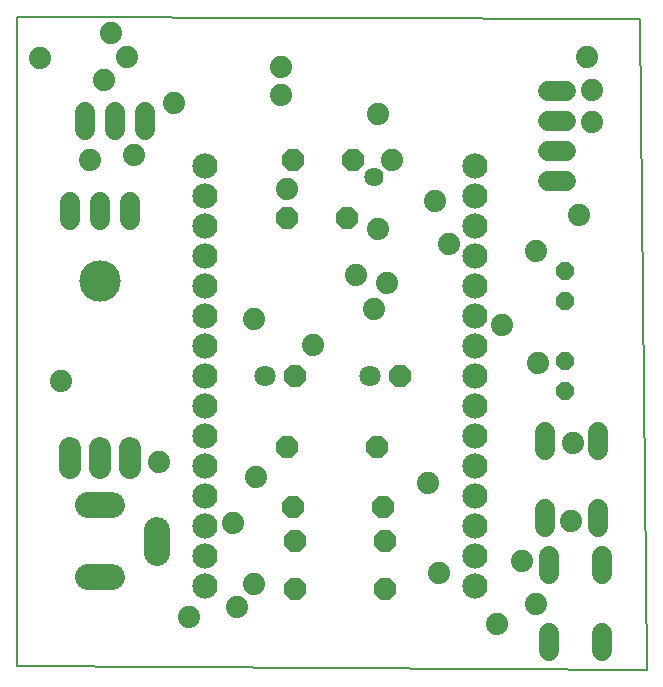
<source format=gbs>
G75*
%MOIN*%
%OFA0B0*%
%FSLAX25Y25*%
%IPPOS*%
%LPD*%
%AMOC8*
5,1,8,0,0,1.08239X$1,22.5*
%
%ADD10C,0.00500*%
%ADD11OC8,0.07100*%
%ADD12C,0.07100*%
%ADD13C,0.06800*%
%ADD14C,0.07400*%
%ADD15C,0.00000*%
%ADD16C,0.13800*%
%ADD17OC8,0.06000*%
%ADD18C,0.08400*%
%ADD19C,0.08674*%
%ADD20OC8,0.07400*%
%ADD21C,0.07400*%
%ADD22C,0.06400*%
D10*
X0028578Y0021275D02*
X0028578Y0237575D01*
X0236478Y0236875D01*
X0238578Y0019875D01*
X0028578Y0021275D01*
D11*
X0121378Y0117675D03*
X0156378Y0117675D03*
D12*
X0146378Y0117675D03*
X0111378Y0117675D03*
D13*
X0066378Y0169875D02*
X0066378Y0175875D01*
X0056378Y0175875D02*
X0056378Y0169875D01*
X0046378Y0169875D02*
X0046378Y0175875D01*
X0051378Y0199675D02*
X0051378Y0205675D01*
X0061378Y0205675D02*
X0061378Y0199675D01*
X0071378Y0199675D02*
X0071378Y0205675D01*
X0205578Y0202675D02*
X0211578Y0202675D01*
X0211578Y0192675D02*
X0205578Y0192675D01*
X0205578Y0182675D02*
X0211578Y0182675D01*
X0211578Y0212675D02*
X0205578Y0212675D01*
X0204578Y0099175D02*
X0204578Y0093175D01*
X0222378Y0093175D02*
X0222378Y0099175D01*
X0222378Y0073575D02*
X0222378Y0067575D01*
X0223778Y0057775D02*
X0223778Y0051775D01*
X0205978Y0051775D02*
X0205978Y0057775D01*
X0204578Y0067575D02*
X0204578Y0073575D01*
X0205978Y0032175D02*
X0205978Y0026175D01*
X0223778Y0026175D02*
X0223778Y0032175D01*
D14*
X0066378Y0087275D02*
X0066378Y0093875D01*
X0056378Y0093875D02*
X0056378Y0087275D01*
X0046378Y0087275D02*
X0046378Y0093875D01*
D15*
X0049878Y0149575D02*
X0049880Y0149736D01*
X0049886Y0149896D01*
X0049896Y0150057D01*
X0049910Y0150217D01*
X0049928Y0150377D01*
X0049949Y0150536D01*
X0049975Y0150695D01*
X0050005Y0150853D01*
X0050038Y0151010D01*
X0050076Y0151167D01*
X0050117Y0151322D01*
X0050162Y0151476D01*
X0050211Y0151629D01*
X0050264Y0151781D01*
X0050320Y0151932D01*
X0050381Y0152081D01*
X0050444Y0152229D01*
X0050512Y0152375D01*
X0050583Y0152519D01*
X0050657Y0152661D01*
X0050735Y0152802D01*
X0050817Y0152940D01*
X0050902Y0153077D01*
X0050990Y0153211D01*
X0051082Y0153343D01*
X0051177Y0153473D01*
X0051275Y0153601D01*
X0051376Y0153726D01*
X0051480Y0153848D01*
X0051587Y0153968D01*
X0051697Y0154085D01*
X0051810Y0154200D01*
X0051926Y0154311D01*
X0052045Y0154420D01*
X0052166Y0154525D01*
X0052290Y0154628D01*
X0052416Y0154728D01*
X0052544Y0154824D01*
X0052675Y0154917D01*
X0052809Y0155007D01*
X0052944Y0155094D01*
X0053082Y0155177D01*
X0053221Y0155257D01*
X0053363Y0155333D01*
X0053506Y0155406D01*
X0053651Y0155475D01*
X0053798Y0155541D01*
X0053946Y0155603D01*
X0054096Y0155661D01*
X0054247Y0155716D01*
X0054400Y0155767D01*
X0054554Y0155814D01*
X0054709Y0155857D01*
X0054865Y0155896D01*
X0055021Y0155932D01*
X0055179Y0155963D01*
X0055337Y0155991D01*
X0055496Y0156015D01*
X0055656Y0156035D01*
X0055816Y0156051D01*
X0055976Y0156063D01*
X0056137Y0156071D01*
X0056298Y0156075D01*
X0056458Y0156075D01*
X0056619Y0156071D01*
X0056780Y0156063D01*
X0056940Y0156051D01*
X0057100Y0156035D01*
X0057260Y0156015D01*
X0057419Y0155991D01*
X0057577Y0155963D01*
X0057735Y0155932D01*
X0057891Y0155896D01*
X0058047Y0155857D01*
X0058202Y0155814D01*
X0058356Y0155767D01*
X0058509Y0155716D01*
X0058660Y0155661D01*
X0058810Y0155603D01*
X0058958Y0155541D01*
X0059105Y0155475D01*
X0059250Y0155406D01*
X0059393Y0155333D01*
X0059535Y0155257D01*
X0059674Y0155177D01*
X0059812Y0155094D01*
X0059947Y0155007D01*
X0060081Y0154917D01*
X0060212Y0154824D01*
X0060340Y0154728D01*
X0060466Y0154628D01*
X0060590Y0154525D01*
X0060711Y0154420D01*
X0060830Y0154311D01*
X0060946Y0154200D01*
X0061059Y0154085D01*
X0061169Y0153968D01*
X0061276Y0153848D01*
X0061380Y0153726D01*
X0061481Y0153601D01*
X0061579Y0153473D01*
X0061674Y0153343D01*
X0061766Y0153211D01*
X0061854Y0153077D01*
X0061939Y0152940D01*
X0062021Y0152802D01*
X0062099Y0152661D01*
X0062173Y0152519D01*
X0062244Y0152375D01*
X0062312Y0152229D01*
X0062375Y0152081D01*
X0062436Y0151932D01*
X0062492Y0151781D01*
X0062545Y0151629D01*
X0062594Y0151476D01*
X0062639Y0151322D01*
X0062680Y0151167D01*
X0062718Y0151010D01*
X0062751Y0150853D01*
X0062781Y0150695D01*
X0062807Y0150536D01*
X0062828Y0150377D01*
X0062846Y0150217D01*
X0062860Y0150057D01*
X0062870Y0149896D01*
X0062876Y0149736D01*
X0062878Y0149575D01*
X0062876Y0149414D01*
X0062870Y0149254D01*
X0062860Y0149093D01*
X0062846Y0148933D01*
X0062828Y0148773D01*
X0062807Y0148614D01*
X0062781Y0148455D01*
X0062751Y0148297D01*
X0062718Y0148140D01*
X0062680Y0147983D01*
X0062639Y0147828D01*
X0062594Y0147674D01*
X0062545Y0147521D01*
X0062492Y0147369D01*
X0062436Y0147218D01*
X0062375Y0147069D01*
X0062312Y0146921D01*
X0062244Y0146775D01*
X0062173Y0146631D01*
X0062099Y0146489D01*
X0062021Y0146348D01*
X0061939Y0146210D01*
X0061854Y0146073D01*
X0061766Y0145939D01*
X0061674Y0145807D01*
X0061579Y0145677D01*
X0061481Y0145549D01*
X0061380Y0145424D01*
X0061276Y0145302D01*
X0061169Y0145182D01*
X0061059Y0145065D01*
X0060946Y0144950D01*
X0060830Y0144839D01*
X0060711Y0144730D01*
X0060590Y0144625D01*
X0060466Y0144522D01*
X0060340Y0144422D01*
X0060212Y0144326D01*
X0060081Y0144233D01*
X0059947Y0144143D01*
X0059812Y0144056D01*
X0059674Y0143973D01*
X0059535Y0143893D01*
X0059393Y0143817D01*
X0059250Y0143744D01*
X0059105Y0143675D01*
X0058958Y0143609D01*
X0058810Y0143547D01*
X0058660Y0143489D01*
X0058509Y0143434D01*
X0058356Y0143383D01*
X0058202Y0143336D01*
X0058047Y0143293D01*
X0057891Y0143254D01*
X0057735Y0143218D01*
X0057577Y0143187D01*
X0057419Y0143159D01*
X0057260Y0143135D01*
X0057100Y0143115D01*
X0056940Y0143099D01*
X0056780Y0143087D01*
X0056619Y0143079D01*
X0056458Y0143075D01*
X0056298Y0143075D01*
X0056137Y0143079D01*
X0055976Y0143087D01*
X0055816Y0143099D01*
X0055656Y0143115D01*
X0055496Y0143135D01*
X0055337Y0143159D01*
X0055179Y0143187D01*
X0055021Y0143218D01*
X0054865Y0143254D01*
X0054709Y0143293D01*
X0054554Y0143336D01*
X0054400Y0143383D01*
X0054247Y0143434D01*
X0054096Y0143489D01*
X0053946Y0143547D01*
X0053798Y0143609D01*
X0053651Y0143675D01*
X0053506Y0143744D01*
X0053363Y0143817D01*
X0053221Y0143893D01*
X0053082Y0143973D01*
X0052944Y0144056D01*
X0052809Y0144143D01*
X0052675Y0144233D01*
X0052544Y0144326D01*
X0052416Y0144422D01*
X0052290Y0144522D01*
X0052166Y0144625D01*
X0052045Y0144730D01*
X0051926Y0144839D01*
X0051810Y0144950D01*
X0051697Y0145065D01*
X0051587Y0145182D01*
X0051480Y0145302D01*
X0051376Y0145424D01*
X0051275Y0145549D01*
X0051177Y0145677D01*
X0051082Y0145807D01*
X0050990Y0145939D01*
X0050902Y0146073D01*
X0050817Y0146210D01*
X0050735Y0146348D01*
X0050657Y0146489D01*
X0050583Y0146631D01*
X0050512Y0146775D01*
X0050444Y0146921D01*
X0050381Y0147069D01*
X0050320Y0147218D01*
X0050264Y0147369D01*
X0050211Y0147521D01*
X0050162Y0147674D01*
X0050117Y0147828D01*
X0050076Y0147983D01*
X0050038Y0148140D01*
X0050005Y0148297D01*
X0049975Y0148455D01*
X0049949Y0148614D01*
X0049928Y0148773D01*
X0049910Y0148933D01*
X0049896Y0149093D01*
X0049886Y0149254D01*
X0049880Y0149414D01*
X0049878Y0149575D01*
D16*
X0056378Y0149575D03*
D17*
X0211378Y0152675D03*
X0211378Y0142675D03*
X0211378Y0122675D03*
X0211378Y0112675D03*
D18*
X0181378Y0117675D03*
X0181378Y0127675D03*
X0181378Y0137675D03*
X0181378Y0147675D03*
X0181378Y0157675D03*
X0181378Y0167675D03*
X0181378Y0177675D03*
X0181378Y0187675D03*
X0181378Y0107675D03*
X0181378Y0097675D03*
X0181378Y0087675D03*
X0181378Y0077675D03*
X0181378Y0067675D03*
X0181378Y0057675D03*
X0181378Y0047675D03*
X0091378Y0047675D03*
X0091378Y0057675D03*
X0091378Y0067675D03*
X0091378Y0077675D03*
X0091378Y0087675D03*
X0091378Y0097675D03*
X0091378Y0107675D03*
X0091378Y0117675D03*
X0091378Y0127675D03*
X0091378Y0137675D03*
X0091378Y0147675D03*
X0091378Y0157675D03*
X0091378Y0167675D03*
X0091378Y0177675D03*
X0091378Y0187675D03*
D19*
X0060315Y0074879D02*
X0052441Y0074879D01*
X0052441Y0050863D02*
X0060315Y0050863D01*
X0075276Y0058737D02*
X0075276Y0066612D01*
D20*
X0118578Y0094075D03*
X0120678Y0074175D03*
X0121378Y0062675D03*
X0121378Y0046975D03*
X0150678Y0074175D03*
X0151378Y0062675D03*
X0151378Y0046975D03*
X0148578Y0094075D03*
X0138578Y0170575D03*
X0140678Y0189775D03*
X0120678Y0189775D03*
X0118578Y0170575D03*
D21*
X0118878Y0180175D03*
X0141778Y0151575D03*
X0151978Y0148975D03*
X0147578Y0140275D03*
X0127378Y0128275D03*
X0107678Y0136775D03*
X0148978Y0166675D03*
X0168178Y0176275D03*
X0172778Y0161975D03*
X0190278Y0134675D03*
X0202478Y0122075D03*
X0214078Y0095475D03*
X0213378Y0069575D03*
X0197078Y0056175D03*
X0201778Y0041875D03*
X0188878Y0035275D03*
X0169278Y0052075D03*
X0165778Y0082175D03*
X0108378Y0084275D03*
X0100678Y0068875D03*
X0107678Y0048575D03*
X0102078Y0040875D03*
X0085978Y0037375D03*
X0076178Y0089175D03*
X0043378Y0116275D03*
X0053078Y0189975D03*
X0067778Y0191375D03*
X0081078Y0208875D03*
X0065278Y0224275D03*
X0057678Y0216375D03*
X0060078Y0232175D03*
X0036478Y0223675D03*
X0116778Y0220875D03*
X0116778Y0211575D03*
X0148978Y0205075D03*
X0153778Y0189975D03*
X0201778Y0159475D03*
X0216178Y0171475D03*
X0220378Y0202575D03*
X0220378Y0213075D03*
X0218578Y0224275D03*
D22*
X0147578Y0184175D03*
M02*

</source>
